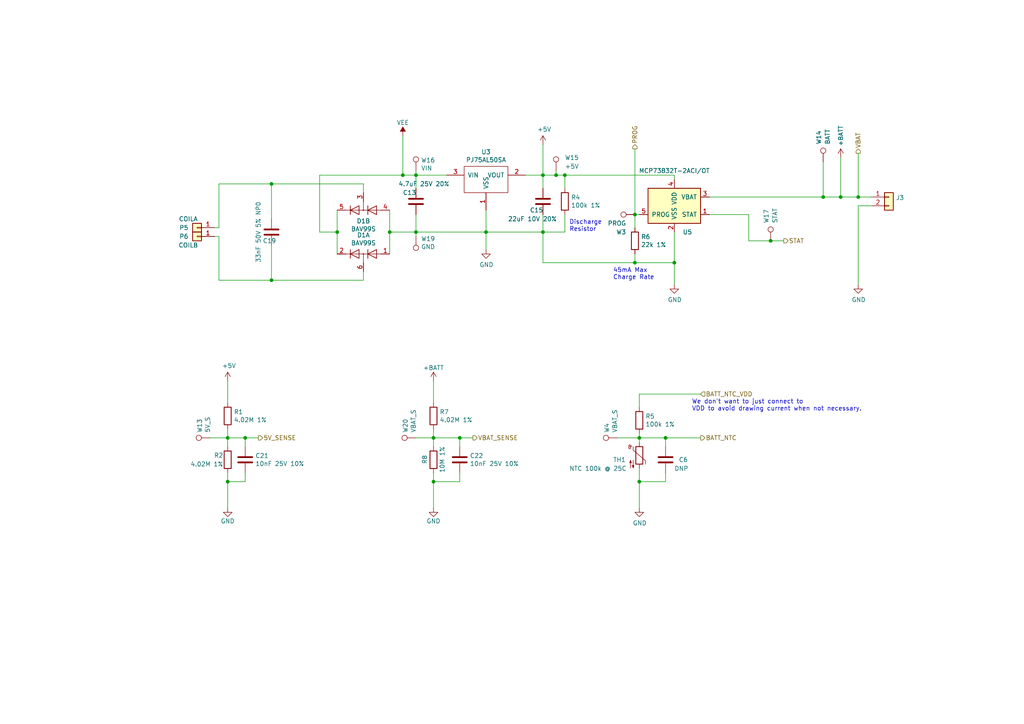
<source format=kicad_sch>
(kicad_sch (version 20211123) (generator eeschema)
  (paper "A4")
  (title_block (title "Pixels D6 Schematic, Main") (date "2022-08-26") (rev "3") (company "Systemic Games, LLC") (comment 1 "Wireless Charging"))
  (lib_symbols
    (symbol "Connector_Generic:Conn_01x01" (pin_names (offset 1.016) hide)
      (property "Reference" "J" (at 0 2.54 0))
      (property "Value" "Conn_01x01" (at 0 -2.54 0))
      (symbol "Conn_01x01_1_1"
        (rectangle (start -1.27 0.127) (end 0 -0.127) (stroke (width 0.1524)))
        (rectangle (start -1.27 1.27) (end 1.27 -1.27) (stroke (width 0.254)) (fill (type background)))
        (pin passive line (at -5.08 0 0) (length 3.81) (name "Pin_1") (number "1"))
      )
    )
    (symbol "Connector_Generic:Conn_01x02" (pin_names (offset 1.016) hide)
      (property "Reference" "J" (at 0 2.54 0))
      (property "Value" "Conn_01x02" (at 0 -5.08 0))
      (symbol "Conn_01x02_1_1"
        (rectangle (start -1.27 -2.413) (end 0 -2.667) (stroke (width 0.1524)))
        (rectangle (start -1.27 0.127) (end 0 -0.127) (stroke (width 0.1524)))
        (rectangle (start -1.27 1.27) (end 1.27 -3.81) (stroke (width 0.254)) (fill (type background)))
        (pin passive line (at -5.08 0 0) (length 3.81) (name "Pin_1") (number "1"))
        (pin passive line (at -5.08 -2.54 0) (length 3.81) (name "Pin_2") (number "2"))
      )
    )
    (symbol "Device:C" (pin_numbers hide) (pin_names (offset 0.254))
      (property "Reference" "C" (at 0.635 2.54 0))
      (property "Value" "C" (at 0.635 -2.54 0))
      (symbol "C_0_1"
        (polyline (pts (xy -2.032 -0.762) (xy 2.032 -0.762)) (stroke (width 0.508)))
        (polyline (pts (xy -2.032 0.762) (xy 2.032 0.762)) (stroke (width 0.508)))
      )
      (symbol "C_1_1"
        (pin passive line (at 0 3.81 270) (length 2.794) (name "~") (number "1"))
        (pin passive line (at 0 -3.81 90) (length 2.794) (name "~") (number "2"))
      )
    )
    (symbol "Device:R" (pin_numbers hide) (pin_names (offset 0))
      (property "Reference" "R" (at 2.032 0 90))
      (property "Value" "R" (at 0 0 90))
      (symbol "R_0_1"
        (rectangle (start -1.016 -2.54) (end 1.016 2.54) (stroke (width 0.254)))
      )
      (symbol "R_1_1"
        (pin passive line (at 0 3.81 270) (length 1.27) (name "~") (number "1"))
        (pin passive line (at 0 -3.81 90) (length 1.27) (name "~") (number "2"))
      )
    )
    (symbol "Device:Thermistor_NTC" (pin_numbers hide) (pin_names (offset 0))
      (property "Reference" "TH" (at -4.445 0 90))
      (property "Value" "Thermistor_NTC" (at 3.175 0 90))
      (symbol "Thermistor_NTC_0_1"
        (arc (start -3.048 2.159) (mid -3.0495 2.3143) (end -3.175 2.413))
        (arc (start -3.048 2.159) (mid -2.9736 1.9794) (end -2.794 1.905))
        (arc (start -3.048 2.794) (mid -2.9736 2.6144) (end -2.794 2.54))
        (arc (start -2.794 1.905) (mid -2.6144 1.9794) (end -2.54 2.159))
        (arc (start -2.794 2.54) (mid -2.4393 2.5587) (end -2.159 2.794))
        (arc (start -2.794 3.048) (mid -2.9736 2.9736) (end -3.048 2.794))
        (arc (start -2.54 2.794) (mid -2.6144 2.9736) (end -2.794 3.048))
        (rectangle (start -1.016 2.54) (end 1.016 -2.54) (stroke (width 0.254)))
        (polyline (pts (xy -2.54 2.159) (xy -2.54 2.794)))
        (polyline (pts (xy -1.778 2.54) (xy -1.778 1.524) (xy 1.778 -1.524) (xy 1.778 -2.54)))
        (polyline (pts (xy -2.54 -3.683) (xy -2.54 -1.397) (xy -2.794 -2.159) (xy -2.286 -2.159) (xy -2.54 -1.397) (xy -2.54 -1.651)) (fill (type outline)))
        (polyline (pts (xy -1.778 -1.397) (xy -1.778 -3.683) (xy -2.032 -2.921) (xy -1.524 -2.921) (xy -1.778 -3.683) (xy -1.778 -3.429)) (fill (type outline)))
      )
      (symbol "Thermistor_NTC_1_1"
        (pin passive line (at 0 3.81 270) (length 1.27) (name "~") (number "1"))
        (pin passive line (at 0 -3.81 90) (length 1.27) (name "~") (number "2"))
      )
    )
    (symbol "Pixels-dice:BAV99S-diode" (pin_names (offset 0.0254) hide)
      (property "Reference" "D" (at 0 2.54 0))
      (property "Value" "BAV99S-diode" (at 0 5.08 0))
      (symbol "BAV99S-diode_0_1"
        (polyline (pts (xy -5.08 0) (xy 5.08 0)))
        (polyline (pts (xy 0 0) (xy 0 -2.54)))
        (polyline (pts (xy -1.27 -1.27) (xy -1.27 1.27) (xy -1.27 1.27)) (stroke (width 0.2032)))
        (polyline (pts (xy 3.81 1.27) (xy 3.81 -1.27) (xy 3.81 -1.27)) (stroke (width 0.2032)))
        (polyline (pts (xy -3.81 1.27) (xy -1.27 0) (xy -3.81 -1.27) (xy -3.81 1.27) (xy -3.81 1.27) (xy -3.81 1.27)) (stroke (width 0.2032)))
        (polyline (pts (xy 1.27 1.27) (xy 3.81 0) (xy 1.27 -1.27) (xy 1.27 1.27) (xy 1.27 1.27) (xy 1.27 1.27)) (stroke (width 0.2032)))
        (circle (center 0 0) (radius 0.127))
      )
      (symbol "BAV99S-diode_1_1"
        (polyline (pts (xy 6.35 0) (xy 7.62 0)))
        (pin passive line (at -7.62 0 0) (length 2.54) (name "A1") (number "1"))
        (pin passive line (at 7.62 0 180) (length 2.54) (name "K2") (number "2"))
        (pin passive line (at 0 -5.08 90) (length 2.54) (name "K3A4") (number "6"))
      )
      (symbol "BAV99S-diode_2_1"
        (polyline (pts (xy 6.35 0) (xy 7.62 0)))
        (pin passive line (at 0 -5.08 90) (length 2.54) (name "K1A2") (number "3"))
        (pin passive line (at -7.62 0 0) (length 2.54) (name "A3") (number "4"))
        (pin passive line (at 7.62 0 180) (length 2.54) (name "K4") (number "5"))
      )
    )
    (symbol "Pixels-dice:HX6306P502MR" (pin_names (offset 1.016))
      (property "Reference" "U" (at 3.81 -6.35 0))
      (property "Value" "HX6306P502MR" (at 0 3.81 0))
      (symbol "HX6306P502MR_0_1"
        (rectangle (start -6.35 2.54) (end 6.35 -5.08))
      )
      (symbol "HX6306P502MR_1_1"
        (pin power_in line (at 0 -10.16 90) (length 5.08) (name "VSS") (number "1"))
        (pin power_out line (at 11.43 0 180) (length 5.08) (name "VOUT") (number "2"))
        (pin power_in line (at -11.43 0 0) (length 5.08) (name "VIN") (number "3"))
      )
    )
    (symbol "Pixels-dice:MCP73831-2-OT-battery_management" (pin_names (offset 1.016))
      (property "Reference" "U" (at -7.62 6.35 0))
      (property "Value" "MCP73831-2-OT-battery_management" (at 1.27 6.35 0))
      (symbol "MCP73831-2-OT-battery_management_0_1"
        (rectangle (start -7.62 5.08) (end 7.62 -5.08) (stroke (width 0.254)) (fill (type background)))
      )
      (symbol "MCP73831-2-OT-battery_management_1_1"
        (pin output line (at 10.16 -2.54 180) (length 2.54) (name "STAT") (number "1"))
        (pin power_in line (at 0 -7.62 90) (length 2.54) (name "VSS") (number "2"))
        (pin power_out line (at 10.16 2.54 180) (length 2.54) (name "VBAT") (number "3"))
        (pin power_in line (at 0 7.62 270) (length 2.54) (name "VDD") (number "4"))
        (pin input line (at -10.16 -2.54 0) (length 2.54) (name "PROG") (number "5"))
      )
    )
    (symbol "Pixels-dice:TEST_1P-conn" (pin_numbers hide) (pin_names (offset 0.762) hide) (in_bom no)
      (property "Reference" "W" (at 0 6.858 0))
      (property "Value" "TEST_1P-conn" (at 0 5.08 0))
      (symbol "TEST_1P-conn_0_1"
        (circle (center 0 3.302) (radius 0.762))
      )
      (symbol "TEST_1P-conn_1_1"
        (pin passive line (at 0 0 90) (length 2.54) (name "1") (number "1"))
      )
    )
    (symbol "TEST_1P-conn_1" (pin_numbers hide) (pin_names (offset 0.762) hide) (in_bom no)
      (property "Reference" "W" (at 0 6.858 0))
      (property "Value" "TEST_1P-conn_1" (at 0 5.08 0))
      (symbol "TEST_1P-conn_1_0_1"
        (circle (center 0 3.302) (radius 0.762))
      )
      (symbol "TEST_1P-conn_1_1_1"
        (pin passive line (at 0 0 90) (length 2.54) (name "1") (number "1"))
      )
    )
    (symbol "TEST_1P-conn_2" (pin_numbers hide) (pin_names (offset 0.762) hide) (in_bom no)
      (property "Reference" "W" (at 0 6.858 0))
      (property "Value" "TEST_1P-conn_2" (at 0 5.08 0))
      (symbol "TEST_1P-conn_2_0_1"
        (circle (center 0 3.302) (radius 0.762))
      )
      (symbol "TEST_1P-conn_2_1_1"
        (pin passive line (at 0 0 90) (length 2.54) (name "1") (number "1"))
      )
    )
    (symbol "TEST_1P-conn_3" (pin_numbers hide) (pin_names (offset 0.762) hide) (in_bom no)
      (property "Reference" "W" (at 0 6.858 0))
      (property "Value" "TEST_1P-conn_3" (at 0 5.08 0))
      (symbol "TEST_1P-conn_3_0_1"
        (circle (center 0 3.302) (radius 0.762))
      )
      (symbol "TEST_1P-conn_3_1_1"
        (pin passive line (at 0 0 90) (length 2.54) (name "1") (number "1"))
      )
    )
    (symbol "TEST_1P-conn_4" (pin_numbers hide) (pin_names (offset 0.762) hide) (in_bom no)
      (property "Reference" "W" (at 0 6.858 0))
      (property "Value" "TEST_1P-conn_4" (at 0 5.08 0))
      (symbol "TEST_1P-conn_4_0_1"
        (circle (center 0 3.302) (radius 0.762))
      )
      (symbol "TEST_1P-conn_4_1_1"
        (pin passive line (at 0 0 90) (length 2.54) (name "1") (number "1"))
      )
    )
    (symbol "TEST_1P-conn_5" (pin_numbers hide) (pin_names (offset 0.762) hide) (in_bom no)
      (property "Reference" "W" (at 0 6.858 0))
      (property "Value" "TEST_1P-conn_5" (at 0 5.08 0))
      (symbol "TEST_1P-conn_5_0_1"
        (circle (center 0 3.302) (radius 0.762))
      )
      (symbol "TEST_1P-conn_5_1_1"
        (pin passive line (at 0 0 90) (length 2.54) (name "1") (number "1"))
      )
    )
    (symbol "TEST_1P-conn_6" (pin_numbers hide) (pin_names (offset 0.762) hide) (in_bom no)
      (property "Reference" "W" (at 0 6.858 0))
      (property "Value" "TEST_1P-conn_6" (at 0 5.08 0))
      (symbol "TEST_1P-conn_6_0_1"
        (circle (center 0 3.302) (radius 0.762))
      )
      (symbol "TEST_1P-conn_6_1_1"
        (pin passive line (at 0 0 90) (length 2.54) (name "1") (number "1"))
      )
    )
    (symbol "TEST_1P-conn_7" (pin_numbers hide) (pin_names (offset 0.762) hide) (in_bom no)
      (property "Reference" "W" (at 0 6.858 0))
      (property "Value" "TEST_1P-conn_7" (at 0 5.08 0))
      (symbol "TEST_1P-conn_7_0_1"
        (circle (center 0 3.302) (radius 0.762))
      )
      (symbol "TEST_1P-conn_7_1_1"
        (pin passive line (at 0 0 90) (length 2.54) (name "1") (number "1"))
      )
    )
    (symbol "TEST_1P-conn_8" (pin_numbers hide) (pin_names (offset 0.762) hide) (in_bom no)
      (property "Reference" "W" (at 0 6.858 0))
      (property "Value" "TEST_1P-conn_8" (at 0 5.08 0))
      (symbol "TEST_1P-conn_8_0_1"
        (circle (center 0 3.302) (radius 0.762))
      )
      (symbol "TEST_1P-conn_8_1_1"
        (pin passive line (at 0 0 90) (length 2.54) (name "1") (number "1"))
      )
    )
    (symbol "power:+5V" (power) (pin_names (offset 0))
      (property "Value" "+5V" (at 0 3.556 0))
      (symbol "+5V_0_1"
        (polyline (pts (xy -0.762 1.27) (xy 0 2.54)))
        (polyline (pts (xy 0 0) (xy 0 2.54)))
        (polyline (pts (xy 0 2.54) (xy 0.762 1.27)))
      )
      (symbol "+5V_1_1"
        (pin power_in line (at 0 0 90) (length 0) hide (name "+5V") (number "1"))
      )
    )
    (symbol "power:+BATT" (power) (pin_names (offset 0))
      (property "Value" "+BATT" (at 0 3.556 0))
      (symbol "+BATT_0_1"
        (polyline (pts (xy -0.762 1.27) (xy 0 2.54)))
        (polyline (pts (xy 0 0) (xy 0 2.54)))
        (polyline (pts (xy 0 2.54) (xy 0.762 1.27)))
      )
      (symbol "+BATT_1_1"
        (pin power_in line (at 0 0 90) (length 0) hide (name "+BATT") (number "1"))
      )
    )
    (symbol "power:GND" (power) (pin_names (offset 0))
      (property "Value" "GND" (at 0 -3.81 0))
      (symbol "GND_0_1"
        (polyline (pts (xy 0 0) (xy 0 -1.27) (xy 1.27 -1.27) (xy 0 -2.54) (xy -1.27 -1.27) (xy 0 -1.27)))
      )
      (symbol "GND_1_1"
        (pin power_in line (at 0 0 270) (length 0) hide (name "GND") (number "1"))
      )
    )
    (symbol "power:VEE" (power) (pin_names (offset 0))
      (property "Value" "VEE" (at 0 3.81 0))
      (symbol "VEE_0_1"
        (polyline (pts (xy 0 0) (xy 0 2.54)))
        (polyline (pts (xy 0.762 1.27) (xy -0.762 1.27) (xy 0 2.54) (xy 0.762 1.27)) (fill (type outline)))
      )
      (symbol "VEE_1_1"
        (pin power_in line (at 0 0 90) (length 0) hide (name "VEE") (number "1"))
      )
    )
  )
  (junction (at 97.79 67.31))
  (junction (at 248.92 57.15))
  (junction (at 66.04 127))
  (junction (at 184.15 76.2))
  (junction (at 66.04 139.7))
  (junction (at 195.58 76.2))
  (junction (at 157.48 67.31))
  (junction (at 243.84 57.15))
  (junction (at 140.97 67.31))
  (junction (at 120.65 67.31))
  (junction (at 78.74 53.34))
  (junction (at 120.65 50.8))
  (junction (at 163.83 50.8))
  (junction (at 125.73 139.7))
  (junction (at 71.12 127))
  (junction (at 185.42 139.7))
  (junction (at 238.76 57.15))
  (junction (at 157.48 50.8))
  (junction (at 78.74 81.28))
  (junction (at 185.42 127))
  (junction (at 161.29 50.8))
  (junction (at 193.04 127))
  (junction (at 125.73 127))
  (junction (at 113.03 67.31))
  (junction (at 223.52 69.85))
  (junction (at 116.84 50.8))
  (junction (at 184.15 62.23))
  (junction (at 133.35 127))
  (wire (pts (xy 157.48 76.2) (xy 184.15 76.2)))
  (wire (pts (xy 78.74 81.28) (xy 63.5 81.28)))
  (wire (pts (xy 238.76 57.15) (xy 243.84 57.15)))
  (wire (pts (xy 133.35 139.7) (xy 125.73 139.7)))
  (wire (pts (xy 66.04 137.16) (xy 66.04 139.7)))
  (wire (pts (xy 157.48 67.31) (xy 157.48 76.2)))
  (wire (pts (xy 161.29 49.53) (xy 161.29 50.8)))
  (wire (pts (xy 205.74 57.15) (xy 238.76 57.15)))
  (wire (pts (xy 60.96 127) (xy 66.04 127)))
  (wire (pts (xy 185.42 118.11) (xy 185.42 114.3)))
  (wire (pts (xy 217.17 69.85) (xy 223.52 69.85)))
  (wire (pts (xy 66.04 116.84) (xy 66.04 110.49)))
  (wire (pts (xy 78.74 53.34) (xy 63.5 53.34)))
  (wire (pts (xy 248.92 44.45) (xy 248.92 57.15)))
  (wire (pts (xy 193.04 127) (xy 193.04 129.54)))
  (wire (pts (xy 157.48 41.91) (xy 157.48 50.8)))
  (wire (pts (xy 248.92 57.15) (xy 243.84 57.15)))
  (wire (pts (xy 63.5 81.28) (xy 63.5 68.58)))
  (wire (pts (xy 97.79 60.96) (xy 97.79 67.31)))
  (wire (pts (xy 133.35 127) (xy 137.16 127)))
  (wire (pts (xy 157.48 67.31) (xy 157.48 62.23)))
  (wire (pts (xy 163.83 62.23) (xy 163.83 67.31)))
  (wire (pts (xy 205.74 62.23) (xy 217.17 62.23)))
  (wire (pts (xy 238.76 46.99) (xy 238.76 57.15)))
  (wire (pts (xy 184.15 73.66) (xy 184.15 76.2)))
  (wire (pts (xy 66.04 124.46) (xy 66.04 127)))
  (wire (pts (xy 179.07 127) (xy 185.42 127)))
  (wire (pts (xy 63.5 66.04) (xy 62.23 66.04)))
  (wire (pts (xy 66.04 139.7) (xy 66.04 147.32)))
  (wire (pts (xy 185.42 125.73) (xy 185.42 127)))
  (wire (pts (xy 163.83 50.8) (xy 163.83 54.61)))
  (wire (pts (xy 161.29 50.8) (xy 163.83 50.8)))
  (wire (pts (xy 66.04 129.54) (xy 66.04 127)))
  (wire (pts (xy 63.5 53.34) (xy 63.5 66.04)))
  (wire (pts (xy 97.79 67.31) (xy 97.79 73.66)))
  (wire (pts (xy 185.42 127) (xy 193.04 127)))
  (wire (pts (xy 113.03 60.96) (xy 113.03 67.31)))
  (wire (pts (xy 140.97 67.31) (xy 157.48 67.31)))
  (wire (pts (xy 113.03 67.31) (xy 113.03 73.66)))
  (wire (pts (xy 193.04 139.7) (xy 185.42 139.7)))
  (wire (pts (xy 120.65 49.53) (xy 120.65 50.8)))
  (wire (pts (xy 133.35 137.16) (xy 133.35 139.7)))
  (wire (pts (xy 71.12 137.16) (xy 71.12 139.7)))
  (wire (pts (xy 185.42 127) (xy 185.42 128.27)))
  (wire (pts (xy 163.83 67.31) (xy 157.48 67.31)))
  (wire (pts (xy 66.04 127) (xy 71.12 127)))
  (wire (pts (xy 248.92 59.69) (xy 248.92 82.55)))
  (wire (pts (xy 193.04 137.16) (xy 193.04 139.7)))
  (wire (pts (xy 185.42 139.7) (xy 185.42 147.32)))
  (wire (pts (xy 105.41 78.74) (xy 105.41 81.28)))
  (wire (pts (xy 120.65 50.8) (xy 129.54 50.8)))
  (wire (pts (xy 120.65 50.8) (xy 120.65 54.61)))
  (wire (pts (xy 120.65 127) (xy 125.73 127)))
  (wire (pts (xy 140.97 67.31) (xy 140.97 72.39)))
  (wire (pts (xy 125.73 127) (xy 125.73 129.54)))
  (wire (pts (xy 125.73 110.49) (xy 125.73 116.84)))
  (wire (pts (xy 125.73 137.16) (xy 125.73 139.7)))
  (wire (pts (xy 243.84 45.72) (xy 243.84 57.15)))
  (wire (pts (xy 71.12 127) (xy 74.93 127)))
  (wire (pts (xy 78.74 71.12) (xy 78.74 81.28)))
  (wire (pts (xy 120.65 67.31) (xy 113.03 67.31)))
  (wire (pts (xy 195.58 52.07) (xy 195.58 50.8)))
  (wire (pts (xy 217.17 62.23) (xy 217.17 69.85)))
  (wire (pts (xy 71.12 129.54) (xy 71.12 127)))
  (wire (pts (xy 195.58 67.31) (xy 195.58 76.2)))
  (wire (pts (xy 152.4 50.8) (xy 157.48 50.8)))
  (wire (pts (xy 223.52 69.85) (xy 227.33 69.85)))
  (wire (pts (xy 157.48 50.8) (xy 157.48 54.61)))
  (wire (pts (xy 92.71 50.8) (xy 116.84 50.8)))
  (wire (pts (xy 140.97 60.96) (xy 140.97 67.31)))
  (wire (pts (xy 63.5 68.58) (xy 62.23 68.58)))
  (wire (pts (xy 78.74 53.34) (xy 105.41 53.34)))
  (wire (pts (xy 97.79 67.31) (xy 92.71 67.31)))
  (wire (pts (xy 133.35 127) (xy 133.35 129.54)))
  (wire (pts (xy 193.04 127) (xy 203.2 127)))
  (wire (pts (xy 71.12 139.7) (xy 66.04 139.7)))
  (wire (pts (xy 252.73 59.69) (xy 248.92 59.69)))
  (wire (pts (xy 185.42 62.23) (xy 184.15 62.23)))
  (wire (pts (xy 184.15 43.18) (xy 184.15 62.23)))
  (wire (pts (xy 120.65 68.58) (xy 120.65 67.31)))
  (wire (pts (xy 125.73 124.46) (xy 125.73 127)))
  (wire (pts (xy 185.42 114.3) (xy 203.2 114.3)))
  (wire (pts (xy 184.15 76.2) (xy 195.58 76.2)))
  (wire (pts (xy 125.73 127) (xy 133.35 127)))
  (wire (pts (xy 157.48 50.8) (xy 161.29 50.8)))
  (wire (pts (xy 92.71 67.31) (xy 92.71 50.8)))
  (wire (pts (xy 185.42 135.89) (xy 185.42 139.7)))
  (wire (pts (xy 252.73 57.15) (xy 248.92 57.15)))
  (wire (pts (xy 125.73 139.7) (xy 125.73 147.32)))
  (wire (pts (xy 116.84 39.37) (xy 116.84 50.8)))
  (wire (pts (xy 120.65 62.23) (xy 120.65 67.31)))
  (wire (pts (xy 120.65 67.31) (xy 140.97 67.31)))
  (wire (pts (xy 105.41 55.88) (xy 105.41 53.34)))
  (wire (pts (xy 184.15 62.23) (xy 184.15 66.04)))
  (wire (pts (xy 78.74 63.5) (xy 78.74 53.34)))
  (wire (pts (xy 195.58 76.2) (xy 195.58 82.55)))
  (wire (pts (xy 163.83 50.8) (xy 195.58 50.8)))
  (wire (pts (xy 116.84 50.8) (xy 120.65 50.8)))
  (wire (pts (xy 78.74 81.28) (xy 105.41 81.28)))
  (text "Discharge\nResistor" (at 165.1 67.31 0) (effects (font (size 1.27 1.27)) (justify left bottom)))
  (text "We don't want to just connect to\nVDD to avoid drawing current when not necessary." (at 200.66 119.38 0) (effects (font (size 1.27 1.27)) (justify left bottom)))
  (text "45mA Max\nCharge Rate" (at 177.8 81.28 0) (effects (font (size 1.27 1.27)) (justify left bottom)))
  (hierarchical_label "BATT_NTC" (shape output) (at 203.2 127 0))
  (hierarchical_label "VBAT" (shape output) (at 248.92 44.45 90))
  (hierarchical_label "PROG" (shape output) (at 184.15 43.18 90))
  (hierarchical_label "5V_SENSE" (shape output) (at 74.93 127 0))
  (hierarchical_label "STAT" (shape output) (at 227.33 69.85 0))
  (hierarchical_label "BATT_NTC_VDD" (shape input) (at 203.2 114.3 0))
  (hierarchical_label "VBAT_SENSE" (shape output) (at 137.16 127 0))
  (symbol (lib_id "Device:R") (at 185.42 121.92 0) (unit 1)
    (property "Reference" "R5" (at 187.198 120.7516 0) (effects (justify left)))
    (property "Value" "100k 1%" (at 187.198 123.063 0) (effects (justify left)))
    (property "Footprint" "Pixels-dice:R_0402_1005Metric" (effects hide))
    (property "Generic OK" "YES" (effects hide))
    (property "Pixels Part Number" "SMD-R006" (effects hide))
    (property "Manufacturer" "UNI-ROYAL(Uniroyal Elec)" (effects hide))
    (property "Manufacturer Part Number" "0402WGF1003TCE" (effects hide))
  )
  (symbol (lib_id "power:GND") (at 248.92 82.55 0) (unit 1)
    (property "Reference" "#PWR052" (effects hide))
    (property "Value" "GND" (at 249.047 86.9442 0))
  )
  (symbol (lib_id "Device:C") (at 120.65 58.42 0) (unit 1)
    (property "Reference" "C13" (at 116.84 55.88 0) (effects (justify left)))
    (property "Value" "4.7uF 25V 20%" (at 115.57 53.34 0) (effects (justify left)))
    (property "Footprint" "Capacitor_SMD:C_0603_1608Metric" (effects hide))
    (property "Generic OK" "YES" (effects hide))
    (property "Pixels Part Number" "SMD-C010" (effects hide))
    (property "Manufacturer" "Murata" (effects hide))
    (property "Manufacturer Part Number" "GRM188R61E475KE11D" (effects hide))
  )
  (symbol (lib_name "TEST_1P-conn_4") (lib_id "Pixels-dice:TEST_1P-conn") (at 120.65 49.53 0) (unit 1) (in_bom no)
    (property "Reference" "W16" (at 122.1232 46.482 0) (effects (justify left)))
    (property "Value" "VIN" (at 122.1232 48.7934 0) (effects (justify left)))
    (property "Footprint" "Pixels-dice:TEST_PIN" (effects hide))
    (property "Generic OK" "N/A" (effects hide))
  )
  (symbol (lib_id "power:VEE") (at 116.84 39.37 0) (unit 1)
    (property "Reference" "#PWR032" (effects hide))
    (property "Value" "VEE" (at 116.84 35.56 0))
  )
  (symbol (lib_id "power:+5V") (at 66.04 110.49 0) (unit 1)
    (property "Reference" "#PWR057" (effects hide))
    (property "Value" "+5V" (at 66.421 106.0958 0))
  )
  (symbol (lib_id "Device:Thermistor_NTC") (at 185.42 132.08 0) (unit 1)
    (property "Reference" "TH1" (at 177.8 133.35 0) (effects (justify left)))
    (property "Value" "NTC 100k @ 25C" (at 165.1 135.89 0) (effects (justify left)))
    (property "Footprint" "Pixels-dice:R_0402_1005Metric" (effects hide))
    (property "Generic OK" "NO" (effects hide))
    (property "Manufacturer" "TDK" (effects hide))
    (property "Manufacturer Part Number" "NTCG104EF104FT1X" (effects hide))
  )
  (symbol (lib_name "TEST_1P-conn_5") (lib_id "Pixels-dice:TEST_1P-conn") (at 60.96 127 90) (unit 1) (in_bom no)
    (property "Reference" "W13" (at 57.912 125.5268 0) (effects (justify left)))
    (property "Value" "5V_S" (at 60.2234 125.5268 0) (effects (justify left)))
    (property "Footprint" "Pixels-dice:TEST_PIN" (effects hide))
    (property "Generic OK" "N/A" (effects hide))
  )
  (symbol (lib_id "Device:C") (at 78.74 67.31 0) (unit 1)
    (property "Reference" "C19" (at 76.2 69.85 0) (effects (justify left)))
    (property "Value" "33nF 50V 5% NP0" (at 74.93 76.2 90) (effects (justify left)))
    (property "Footprint" "Capacitor_SMD:C_1206_3216Metric" (effects hide))
    (property "Generic OK" "YES" (effects hide))
    (property "Pixels Part Number" "SMD-C011" (effects hide))
    (property "Manufacturer" "Murata" (effects hide))
    (property "Manufacturer Part Number" "GRM3195C1H333JA01J" (effects hide))
  )
  (symbol (lib_id "Pixels-dice:TEST_1P-conn") (at 179.07 127 90) (unit 1) (in_bom no)
    (property "Reference" "W4" (at 176.022 125.5268 0) (effects (justify left)))
    (property "Value" "VBAT_S" (at 178.3334 125.5268 0) (effects (justify left)))
    (property "Footprint" "Pixels-dice:TEST_PIN" (effects hide))
    (property "Generic OK" "N/A" (effects hide))
  )
  (symbol (lib_id "Device:R") (at 184.15 69.85 0) (unit 1)
    (property "Reference" "R6" (at 185.928 68.6816 0) (effects (justify left)))
    (property "Value" "22k 1%" (at 185.928 70.993 0) (effects (justify left)))
    (property "Footprint" "Resistor_SMD:R_0402_1005Metric" (effects hide))
    (property "Generic OK" "YES" (effects hide))
    (property "Pixels Part Number" "SMD-R002" (effects hide))
    (property "Manufacturer" "UNI-ROYAL(Uniroyal Elec)" (effects hide))
    (property "Manufacturer Part Number" "0402WGF2202TCE" (effects hide))
  )
  (symbol (lib_id "Device:R") (at 125.73 120.65 0) (unit 1)
    (property "Reference" "R7" (at 127.508 119.4816 0) (effects (justify left)))
    (property "Value" "4.02M 1%" (at 127.508 121.793 0) (effects (justify left)))
    (property "Footprint" "Resistor_SMD:R_0402_1005Metric" (effects hide))
    (property "Generic OK" "YES" (effects hide))
    (property "Pixels Part Number" "SMD-R003" (effects hide))
    (property "Manufacturer" "UNI-ROYAL(Uniroyal Elec)" (effects hide))
    (property "Manufacturer Part Number" "0402WGF4024TCE" (effects hide))
  )
  (symbol (lib_id "power:+BATT") (at 125.73 110.49 0) (unit 1)
    (property "Reference" "#PWR058" (effects hide))
    (property "Value" "+BATT" (at 125.73 106.68 0))
  )
  (symbol (lib_id "Device:R") (at 125.73 133.35 0) (unit 1)
    (property "Reference" "R8" (at 123.19 134.62 90) (effects (justify left)))
    (property "Value" "10M 1%" (at 128.27 137.16 90) (effects (justify left)))
    (property "Footprint" "Resistor_SMD:R_0402_1005Metric" (effects hide))
    (property "Generic OK" "YES" (effects hide))
    (property "Pixels Part Number" "SMD-R004" (effects hide))
    (property "Manufacturer" "UNI-ROYAL(Uniroyal Elec)" (effects hide))
    (property "Manufacturer Part Number" "0402WGF1005TCE" (effects hide))
  )
  (symbol (lib_id "Pixels-dice:MCP73831-2-OT-battery_management") (at 195.58 59.69 0) (unit 1)
    (property "Reference" "U5" (at 199.39 67.31 0))
    (property "Value" "MCP73832T-2ACI/OT" (at 195.58 49.53 0))
    (property "Footprint" "Package_TO_SOT_SMD:SOT-23-5" (effects hide))
    (property "Datasheet" "http://ww1.microchip.com/downloads/en/DeviceDoc/20001984g.pdf" (effects hide))
    (property "Generic OK" "NO" (effects hide))
    (property "Manufacturer" "Microchip" (effects hide))
    (property "Manufacturer Part Number" "MCP73832T-2ACI/OT" (effects hide))
    (property "Pixels Part Number" "SMD-U005" (effects hide))
  )
  (symbol (lib_id "Device:R") (at 66.04 120.65 0) (unit 1)
    (property "Reference" "R1" (at 67.818 119.4816 0) (effects (justify left)))
    (property "Value" "4.02M 1%" (at 67.818 121.793 0) (effects (justify left)))
    (property "Footprint" "Resistor_SMD:R_0402_1005Metric" (effects hide))
    (property "Generic OK" "YES" (effects hide))
    (property "Pixels Part Number" "SMD-R003" (effects hide))
    (property "Manufacturer" "UNI-ROYAL(Uniroyal Elec)" (effects hide))
    (property "Manufacturer Part Number" "0402WGF4024TCE" (effects hide))
  )
  (symbol (lib_id "Device:R") (at 163.83 58.42 0) (unit 1)
    (property "Reference" "R4" (at 165.608 57.2516 0) (effects (justify left)))
    (property "Value" "100k 1%" (at 165.608 59.563 0) (effects (justify left)))
    (property "Footprint" "Pixels-dice:R_0402_1005Metric" (effects hide))
    (property "Generic OK" "YES" (effects hide))
    (property "Pixels Part Number" "SMD-R006" (effects hide))
    (property "Manufacturer" "UNI-ROYAL(Uniroyal Elec)" (effects hide))
    (property "Manufacturer Part Number" "0402WGF1003TCE" (effects hide))
  )
  (symbol (lib_id "Device:R") (at 66.04 133.35 180) (unit 1)
    (property "Reference" "R2" (at 64.77 132.08 0) (effects (justify left)))
    (property "Value" "4.02M 1%" (at 64.77 134.62 0) (effects (justify left)))
    (property "Footprint" "Resistor_SMD:R_0402_1005Metric" (effects hide))
    (property "Generic OK" "YES" (effects hide))
    (property "Pixels Part Number" "SMD-R003" (effects hide))
    (property "Manufacturer" "UNI-ROYAL(Uniroyal Elec)" (effects hide))
    (property "Manufacturer Part Number" "0402WGF4024TCE" (effects hide))
  )
  (symbol (lib_id "power:GND") (at 125.73 147.32 0) (unit 1)
    (property "Reference" "#PWR060" (effects hide))
    (property "Value" "GND" (at 125.73 151.13 0))
  )
  (symbol (lib_id "power:+5V") (at 157.48 41.91 0) (unit 1)
    (property "Reference" "#PWR040" (effects hide))
    (property "Value" "+5V" (at 157.861 37.5158 0))
  )
  (symbol (lib_id "Device:C") (at 133.35 133.35 0) (unit 1)
    (property "Reference" "C22" (at 136.271 132.1816 0) (effects (justify left)))
    (property "Value" "10nF 25V 10%" (at 136.271 134.493 0) (effects (justify left)))
    (property "Footprint" "Capacitor_SMD:C_0402_1005Metric" (effects hide))
    (property "Generic OK" "YES" (effects hide))
    (property "Pixels Part Number" "SMD-C009" (effects hide))
    (property "Manufacturer" "Murata" (effects hide))
    (property "Manufacturer Part Number" "GRM155R71H103KA88" (effects hide))
  )
  (symbol (lib_name "TEST_1P-conn_8") (lib_id "Pixels-dice:TEST_1P-conn") (at 223.52 69.85 0) (unit 1) (in_bom no)
    (property "Reference" "W17" (at 222.25 64.77 90) (effects (justify left)))
    (property "Value" "STAT" (at 224.79 64.77 90) (effects (justify left)))
    (property "Footprint" "Pixels-dice:TEST_PIN" (effects hide))
    (property "Generic OK" "N/A" (effects hide))
  )
  (symbol (lib_name "TEST_1P-conn_2") (lib_id "Pixels-dice:TEST_1P-conn") (at 184.15 62.23 90) (unit 1) (in_bom no)
    (property "Reference" "W3" (at 181.61 67.31 90) (effects (justify left)))
    (property "Value" "PROG" (at 181.61 64.77 90) (effects (justify left)))
    (property "Footprint" "Pixels-dice:TEST_PIN" (effects hide))
    (property "Generic OK" "N/A" (effects hide))
  )
  (symbol (lib_id "power:GND") (at 195.58 82.55 0) (unit 1)
    (property "Reference" "#PWR051" (effects hide))
    (property "Value" "GND" (at 195.707 86.9442 0))
  )
  (symbol (lib_id "power:GND") (at 140.97 72.39 0) (unit 1)
    (property "Reference" "#PWR050" (effects hide))
    (property "Value" "GND" (at 141.097 76.7842 0))
  )
  (symbol (lib_id "power:+BATT") (at 243.84 45.72 0) (unit 1)
    (property "Reference" "#PWR041" (effects hide))
    (property "Value" "+BATT" (at 243.84 39.37 90))
  )
  (symbol (lib_id "Connector_Generic:Conn_01x02") (at 257.81 57.15 0) (unit 1) (in_bom no)
    (property "Reference" "J3" (at 259.842 57.3532 0) (effects (justify left)))
    (property "Value" "Conn_01x02" (effects hide))
    (property "Footprint" "Pixels-dice:Hongjie 10100 Connector" (effects hide))
    (property "Generic OK" "N/A" (effects hide))
  )
  (symbol (lib_id "Device:C") (at 157.48 58.42 0) (unit 1)
    (property "Reference" "C15" (at 153.67 60.96 0) (effects (justify left)))
    (property "Value" "22uF 10V 20%" (at 147.32 63.5 0) (effects (justify left)))
    (property "Footprint" "Capacitor_SMD:C_0603_1608Metric" (effects hide))
    (property "Generic OK" "YES" (effects hide))
    (property "Pixels Part Number" "SMD-C002" (effects hide))
    (property "Manufacturer" "Murata" (effects hide))
    (property "Manufacturer Part Number" "GRM188R61A226ME15D" (effects hide))
  )
  (symbol (lib_name "TEST_1P-conn_3") (lib_id "Pixels-dice:TEST_1P-conn") (at 120.65 68.58 180) (unit 1) (in_bom no)
    (property "Reference" "W19" (at 122.1232 69.2658 0) (effects (justify right)))
    (property "Value" "GND" (at 122.1232 71.5772 0) (effects (justify right)))
    (property "Footprint" "Pixels-dice:TEST_PIN" (effects hide))
    (property "Generic OK" "N/A" (effects hide))
  )
  (symbol (lib_name "TEST_1P-conn_7") (lib_id "Pixels-dice:TEST_1P-conn") (at 238.76 46.99 0) (unit 1) (in_bom no)
    (property "Reference" "W14" (at 237.49 41.91 90) (effects (justify left)))
    (property "Value" "BATT" (at 240.03 41.91 90) (effects (justify left)))
    (property "Footprint" "Pixels-dice:TEST_PIN" (effects hide))
    (property "Generic OK" "N/A" (effects hide))
  )
  (symbol (lib_id "Connector_Generic:Conn_01x01") (at 57.15 68.58 180) (unit 1) (in_bom no)
    (property "Reference" "P6" (at 53.34 68.58 0))
    (property "Value" "COILB" (at 54.61 71.12 0))
    (property "Footprint" "TestPoint:TestPoint_Pad_D1.5mm" (effects hide))
    (property "Generic OK" "N/A" (effects hide))
  )
  (symbol (lib_id "Connector_Generic:Conn_01x01") (at 57.15 66.04 180) (unit 1) (in_bom no)
    (property "Reference" "P5" (at 53.34 66.04 0))
    (property "Value" "COILA" (at 54.61 63.5 0))
    (property "Footprint" "TestPoint:TestPoint_Pad_D1.5mm" (effects hide))
    (property "Generic OK" "N/A" (effects hide))
  )
  (symbol (lib_name "TEST_1P-conn_6") (lib_id "Pixels-dice:TEST_1P-conn") (at 120.65 127 90) (unit 1) (in_bom no)
    (property "Reference" "W20" (at 117.602 125.5268 0) (effects (justify left)))
    (property "Value" "VBAT_S" (at 119.9134 125.5268 0) (effects (justify left)))
    (property "Footprint" "Pixels-dice:TEST_PIN" (effects hide))
    (property "Generic OK" "N/A" (effects hide))
  )
  (symbol (lib_id "Pixels-dice:HX6306P502MR") (at 140.97 50.8 0) (unit 1)
    (property "Reference" "U3" (at 140.97 44.069 0))
    (property "Value" "PJ75AL50SA" (at 140.97 46.3804 0))
    (property "Footprint" "Pixels-dice:SOT-23" (effects hide))
    (property "Manufacturer" "PJSEMI" (effects hide))
    (property "Manufacturer Part Number" "PJ75AL50SA" (effects hide))
    (property "Generic OK" "NO" (effects hide))
  )
  (symbol (lib_name "TEST_1P-conn_1") (lib_id "Pixels-dice:TEST_1P-conn") (at 161.29 49.53 0) (unit 1) (in_bom no)
    (property "Reference" "W15" (at 163.83 45.72 0) (effects (justify left)))
    (property "Value" "+5V" (at 163.83 48.26 0) (effects (justify left)))
    (property "Footprint" "Pixels-dice:TEST_PIN" (effects hide))
    (property "Generic OK" "N/A" (effects hide))
  )
  (symbol (lib_id "power:GND") (at 185.42 147.32 0) (unit 1)
    (property "Reference" "#PWR0123" (effects hide))
    (property "Value" "GND" (at 185.547 151.7142 0))
  )
  (symbol (lib_id "Pixels-dice:BAV99S-diode") (at 105.41 60.96 180) (unit 2)
    (property "Reference" "D1" (at 105.41 64.1096 0))
    (property "Value" "BAV99S" (at 105.41 66.421 0))
    (property "Footprint" "Package_TO_SOT_SMD:SOT-363_SC-70-6" (effects hide))
    (property "Datasheet" "https://assets.nexperia.com/documents/data-sheet/BAV99_SER.pdf" (effects hide))
    (property "Generic OK" "YES" (effects hide))
    (property "Manufacturer" "Nexperia" (effects hide))
    (property "Manufacturer Part Number" "BAV99S,115" (effects hide))
    (property "Pixels Part Number" "SMD-D001" (effects hide))
  )
  (symbol (lib_id "power:GND") (at 66.04 147.32 0) (unit 1)
    (property "Reference" "#PWR059" (effects hide))
    (property "Value" "GND" (at 66.04 151.13 0))
  )
  (symbol (lib_id "Pixels-dice:BAV99S-diode") (at 105.41 73.66 0) (mirror y) (unit 1)
    (property "Reference" "D1" (at 105.41 68.1736 0))
    (property "Value" "BAV99S" (at 105.41 70.485 0))
    (property "Footprint" "Package_TO_SOT_SMD:SOT-363_SC-70-6" (effects hide))
    (property "Datasheet" "https://assets.nexperia.com/documents/data-sheet/BAV99_SER.pdf" (effects hide))
    (property "Generic OK" "YES" (effects hide))
    (property "Manufacturer" "Nexperia" (effects hide))
    (property "Manufacturer Part Number" "BAV99S,115" (effects hide))
    (property "Pixels Part Number" "SMD-D001" (effects hide))
  )
  (symbol (lib_id "Device:C") (at 193.04 133.35 0) (unit 1)
    (property "Reference" "C6" (at 196.85 133.35 0) (effects (justify left)))
    (property "Value" "DNP" (at 195.58 135.89 0) (effects (justify left)))
    (property "Footprint" "Pixels-dice:C_0402_1005Metric" (effects hide))
    (property "Generic OK" "YES" (effects hide))
    (property "Pixels Part Number" "SMD-C005" (effects hide))
    (property "Manufacturer" "DNP" (effects hide))
    (property "Manufacturer Part Number" "Pixels-dice:C_0402_1005Metric" (effects hide))
  )
  (symbol (lib_id "Device:C") (at 71.12 133.35 0) (unit 1)
    (property "Reference" "C21" (at 74.041 132.1816 0) (effects (justify left)))
    (property "Value" "10nF 25V 10%" (at 74.041 134.493 0) (effects (justify left)))
    (property "Footprint" "Capacitor_SMD:C_0402_1005Metric" (effects hide))
    (property "Generic OK" "YES" (effects hide))
    (property "Pixels Part Number" "SMD-C009" (effects hide))
    (property "Manufacturer" "Murata" (effects hide))
    (property "Manufacturer Part Number" "GRM155R71H103KA88" (effects hide))
  )
)
</source>
